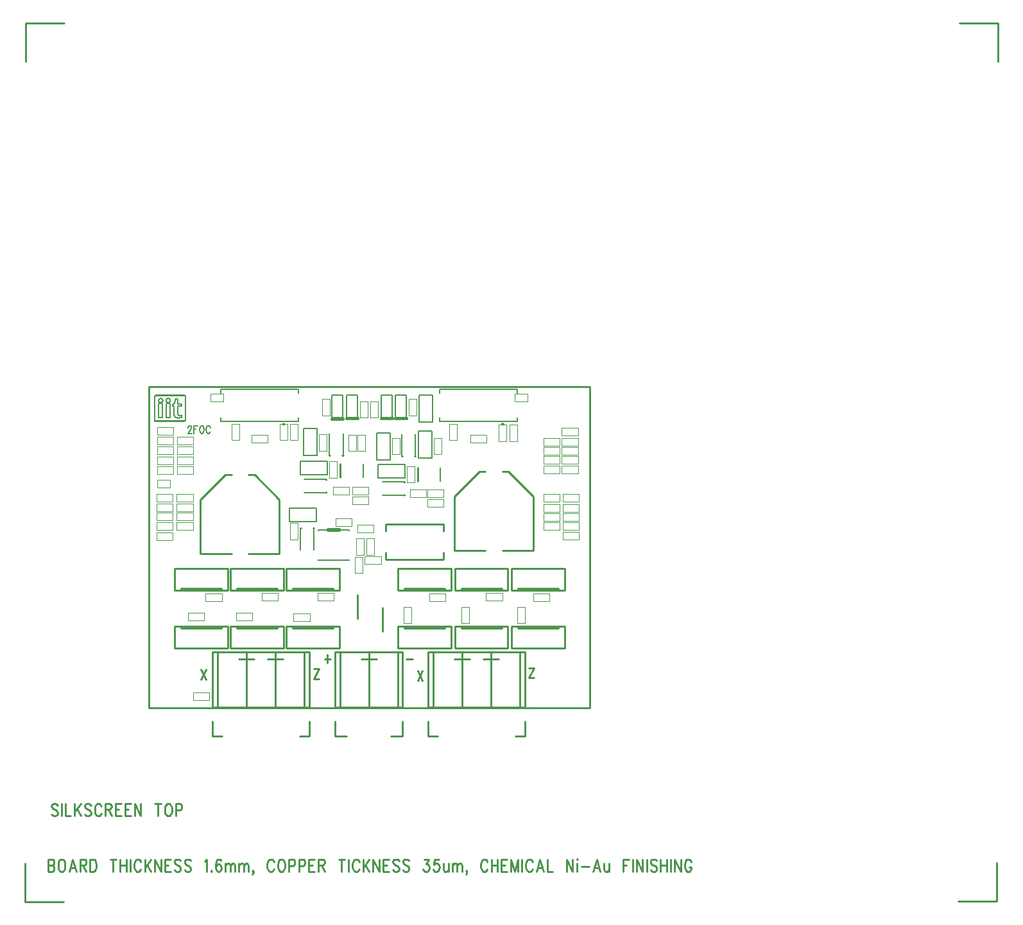
<source format=gbr>
*
*
G04 PADS Layout (Build Number 2007.21.1) generated Gerber (RS-274-X) file*
G04 PC Version=2.1*
*
%IN "2FOC-001.pcb"*%
*
%MOIN*%
*
%FSLAX35Y35*%
*
*
*
*
G04 PC Standard Apertures*
*
*
G04 Thermal Relief Aperture macro.*
%AMTER*
1,1,$1,0,0*
1,0,$1-$2,0,0*
21,0,$3,$4,0,0,45*
21,0,$3,$4,0,0,135*
%
*
*
G04 Annular Aperture macro.*
%AMANN*
1,1,$1,0,0*
1,0,$2,0,0*
%
*
*
G04 Odd Aperture macro.*
%AMODD*
1,1,$1,0,0*
1,0,$1-0.005,0,0*
%
*
*
G04 PC Custom Aperture Macros*
*
*
*
*
*
*
G04 PC Aperture Table*
*
%ADD010C,0.01*%
%ADD011C,0.004*%
%ADD013C,0.006*%
%ADD014C,0.015*%
%ADD015C,0.008*%
%ADD070C,0.001*%
%ADD087C,0.01969*%
%ADD100C,0.00591*%
*
*
*
*
G04 PC Circuitry*
G04 Layer Name 2FOC-001.pcb - circuitry*
%LPD*%
*
*
G04 PC Custom Flashes*
G04 Layer Name 2FOC-001.pcb - flashes*
%LPD*%
*
*
G04 PC Circuitry*
G04 Layer Name 2FOC-001.pcb - circuitry*
%LPD*%
*
G54D10*
G01X276608Y578261D02*
X279808D01*
X292681Y565269*
Y537317*
X276608*
X267808D02*
X251736D01*
Y565269*
X264621Y578261*
X267808*
X408498Y579836D02*
X411698D01*
X424570Y566844*
Y538891*
X408498*
X399698D02*
X383626D01*
Y566844*
X396511Y579836*
X399698*
X265661Y488195D02*
X238361D01*
Y499595*
X265961*
Y488195*
X241661Y498595D02*
X262661D01*
Y499595*
X241661Y498595D02*
Y499595D01*
X294661Y488195D02*
X267361D01*
Y499595*
X294961*
Y488195*
X270661Y498595D02*
X291661D01*
Y499595*
X270661Y498595D02*
Y499595D01*
X323661Y488195D02*
X296361D01*
Y499595*
X323961*
Y488195*
X299661Y498595D02*
X320661D01*
Y499595*
X299661Y498595D02*
Y499595D01*
X238661Y529595D02*
X265961D01*
Y518195*
X238361*
Y529595*
X262661Y519195D02*
X241661D01*
Y518195*
X262661Y519195D02*
Y518195D01*
X267661Y529595D02*
X294961D01*
Y518195*
X267361*
Y529595*
X291661Y519195D02*
X270661D01*
Y518195*
X291661Y519195D02*
Y518195D01*
X296661Y529595D02*
X323961D01*
Y518195*
X296361*
Y529595*
X320661Y519195D02*
X299661D01*
Y518195*
X320661Y519195D02*
Y518195D01*
X381661Y488195D02*
X354361D01*
Y499595*
X381961*
Y488195*
X357661Y498595D02*
X378661D01*
Y499595*
X357661Y498595D02*
Y499595D01*
X411161Y488195D02*
X383861D01*
Y499595*
X411461*
Y488195*
X387161Y498595D02*
X408161D01*
Y499595*
X387161Y498595D02*
Y499595D01*
X440661Y488195D02*
X413361D01*
Y499595*
X440961*
Y488195*
X416661Y498595D02*
X437661D01*
Y499595*
X416661Y498595D02*
Y499595D01*
X354661Y529595D02*
X381961D01*
Y518195*
X354361*
Y529595*
X378661Y519195D02*
X357661D01*
Y518195*
X378661Y519195D02*
Y518195D01*
X384161Y529595D02*
X411461D01*
Y518195*
X383861*
Y529595*
X408161Y519195D02*
X387161D01*
Y518195*
X408161Y519195D02*
Y518195D01*
X413661Y529595D02*
X440961D01*
Y518195*
X413361*
Y529595*
X437661Y519195D02*
X416661D01*
Y518195*
X437661Y519195D02*
Y518195D01*
X321661Y457466D02*
X356661D01*
Y486206*
X321661*
Y457466*
X324161Y486206D02*
Y457466D01*
X339161Y486206D02*
Y457466D01*
X354161Y486206D02*
Y457466D01*
X335141Y482458D02*
X343141D01*
X321661Y450380D02*
Y442506D01*
X327661*
X356661Y450380D02*
Y442506D01*
X350661*
X257984Y457466D02*
X308358D01*
Y486206*
X257984*
Y457466*
X275661Y486206D02*
Y457466D01*
X260661Y486206D02*
Y457466D01*
X290661Y486206D02*
Y457466D01*
X271641Y482458D02*
X279641D01*
X305661Y486206D02*
Y457466D01*
X286641Y482458D02*
X294641D01*
X257984Y450380D02*
Y442506D01*
X263102*
X308358Y450380D02*
Y442506D01*
X303240*
X369984Y457466D02*
X420358D01*
Y486206*
X369984*
Y457466*
X387661Y486206D02*
Y457466D01*
X372661Y486206D02*
Y457466D01*
X402661Y486206D02*
Y457466D01*
X383641Y482458D02*
X391641D01*
X417661Y486206D02*
Y457466D01*
X398641Y482458D02*
X406641D01*
X369984Y450380D02*
Y442506D01*
X375102*
X420358Y450380D02*
Y442506D01*
X415240*
X295417Y604470D02*
G75*
G03X295417I-394J0D01*
G01X409153D02*
G03X409153I-394J0D01*
G01X357586Y574513D02*
Y574120D01*
Y567820D02*
Y567427D01*
X363425Y587765D02*
X363031D01*
X356732D02*
X356338D01*
X364476Y582013D02*
Y574927D01*
X325826Y588159D02*
X325433D01*
X319133D02*
X318740D01*
X316988Y575907D02*
Y575513D01*
Y569214D02*
Y568820D01*
X324378Y583907D02*
Y576820D01*
X303598Y550608D02*
X303992D01*
X310291D02*
X310685D01*
X347996Y548931D02*
Y552474D01*
X377917*
Y548931*
Y537907D02*
Y534364D01*
X347996*
Y537907*
X333232Y515860D02*
Y503655D01*
X346224Y496962D02*
Y509167D01*
X177555Y406721D02*
X177101Y407346D01*
X176419Y407659*
X175510*
X174828Y407346*
X174374Y406721*
Y406096*
X174601Y405471*
X174828Y405159*
X175283Y404846*
X176646Y404221*
X177101Y403909*
X177328Y403596*
X177555Y402971*
Y402034*
X177101Y401409*
X176419Y401096*
X175510*
X174828Y401409*
X174374Y402034*
X179601Y407659D02*
Y401096D01*
X181646Y407659D02*
Y401096D01*
X184374*
X186419Y407659D02*
Y401096D01*
X189601Y407659D02*
X186419Y403284D01*
X187555Y404846D02*
X189601Y401096D01*
X194828Y406721D02*
X194374Y407346D01*
X193692Y407659*
X192783*
X192101Y407346*
X191646Y406721*
Y406096*
X191874Y405471*
X192101Y405159*
X192555Y404846*
X193919Y404221*
X194374Y403909*
X194601Y403596*
X194828Y402971*
Y402034*
X194374Y401409*
X193692Y401096*
X192783*
X192101Y401409*
X191646Y402034*
X200283Y406096D02*
X200055Y406721D01*
X199601Y407346*
X199146Y407659*
X198237*
X197783Y407346*
X197328Y406721*
X197101Y406096*
X196874Y405159*
Y403596*
X197101Y402659*
X197328Y402034*
X197783Y401409*
X198237Y401096*
X199146*
X199601Y401409*
X200055Y402034*
X200283Y402659*
X202328Y407659D02*
Y401096D01*
Y407659D02*
X204374D01*
X205055Y407346*
X205283Y407034*
X205510Y406409*
Y405784*
X205283Y405159*
X205055Y404846*
X204374Y404534*
X202328*
X203919D02*
X205510Y401096D01*
X207555Y407659D02*
Y401096D01*
Y407659D02*
X210510D01*
X207555Y404534D02*
X209374D01*
X207555Y401096D02*
X210510D01*
X212555Y407659D02*
Y401096D01*
Y407659D02*
X215510D01*
X212555Y404534D02*
X214374D01*
X212555Y401096D02*
X215510D01*
X217555Y407659D02*
Y401096D01*
Y407659D02*
X220737Y401096D01*
Y407659D02*
Y401096D01*
X229601Y407659D02*
Y401096D01*
X228010Y407659D02*
X231192D01*
X234601D02*
X234146Y407346D01*
X233692Y406721*
X233465Y406096*
X233237Y405159*
Y403596*
X233465Y402659*
X233692Y402034*
X234146Y401409*
X234601Y401096*
X235510*
X235965Y401409*
X236419Y402034*
X236646Y402659*
X236874Y403596*
Y405159*
X236646Y406096*
X236419Y406721*
X235965Y407346*
X235510Y407659*
X234601*
X238919D02*
Y401096D01*
Y407659D02*
X240965D01*
X241646Y407346*
X241874Y407034*
X242101Y406409*
Y405471*
X241874Y404846*
X241646Y404534*
X240965Y404221*
X238919*
X172602Y378722D02*
Y372159D01*
Y378722D02*
X174647D01*
X175329Y378409*
X175557Y378097*
X175784Y377472*
Y376847*
X175557Y376222*
X175329Y375909*
X174647Y375597*
X172602D02*
X174647D01*
X175329Y375284*
X175557Y374972*
X175784Y374347*
Y373409*
X175557Y372784*
X175329Y372472*
X174647Y372159*
X172602*
X179193Y378722D02*
X178738Y378409D01*
X178284Y377784*
X178057Y377159*
X177829Y376222*
Y374659*
X178057Y373722*
X178284Y373097*
X178738Y372472*
X179193Y372159*
X180102*
X180557Y372472*
X181011Y373097*
X181238Y373722*
X181466Y374659*
Y376222*
X181238Y377159*
X181011Y377784*
X180557Y378409*
X180102Y378722*
X179193*
X185329D02*
X183511Y372159D01*
X185329Y378722D02*
X187147Y372159D01*
X184193Y374347D02*
X186466D01*
X189193Y378722D02*
Y372159D01*
Y378722D02*
X191238D01*
X191920Y378409*
X192147Y378097*
X192375Y377472*
Y376847*
X192147Y376222*
X191920Y375909*
X191238Y375597*
X189193*
X190784D02*
X192375Y372159D01*
X194420Y378722D02*
Y372159D01*
Y378722D02*
X196011D01*
X196693Y378409*
X197147Y377784*
X197375Y377159*
X197602Y376222*
Y374659*
X197375Y373722*
X197147Y373097*
X196693Y372472*
X196011Y372159*
X194420*
X206466Y378722D02*
Y372159D01*
X204875Y378722D02*
X208057D01*
X210102D02*
Y372159D01*
X213284Y378722D02*
Y372159D01*
X210102Y375597D02*
X213284D01*
X215329Y378722D02*
Y372159D01*
X220784Y377159D02*
X220557Y377784D01*
X220102Y378409*
X219647Y378722*
X218738*
X218284Y378409*
X217829Y377784*
X217602Y377159*
X217375Y376222*
Y374659*
X217602Y373722*
X217829Y373097*
X218284Y372472*
X218738Y372159*
X219647*
X220102Y372472*
X220557Y373097*
X220784Y373722*
X222829Y378722D02*
Y372159D01*
X226011Y378722D02*
X222829Y374347D01*
X223966Y375909D02*
X226011Y372159D01*
X228057Y378722D02*
Y372159D01*
Y378722D02*
X231238Y372159D01*
Y378722D02*
Y372159D01*
X233284Y378722D02*
Y372159D01*
Y378722D02*
X236238D01*
X233284Y375597D02*
X235102D01*
X233284Y372159D02*
X236238D01*
X241466Y377784D02*
X241011Y378409D01*
X240329Y378722*
X239420*
X238738Y378409*
X238284Y377784*
Y377159*
X238511Y376534*
X238738Y376222*
X239193Y375909*
X240557Y375284*
X241011Y374972*
X241238Y374659*
X241466Y374034*
Y373097*
X241011Y372472*
X240329Y372159*
X239420*
X238738Y372472*
X238284Y373097*
X246693Y377784D02*
X246238Y378409D01*
X245557Y378722*
X244647*
X243966Y378409*
X243511Y377784*
Y377159*
X243738Y376534*
X243966Y376222*
X244420Y375909*
X245784Y375284*
X246238Y374972*
X246466Y374659*
X246693Y374034*
Y373097*
X246238Y372472*
X245557Y372159*
X244647*
X243966Y372472*
X243511Y373097*
X253966Y377472D02*
X254420Y377784D01*
X255102Y378722*
Y372159*
X257375Y372784D02*
X257147Y372472D01*
X257375Y372159*
X257602Y372472*
X257375Y372784*
X262375Y377784D02*
X262147Y378409D01*
X261466Y378722*
X261011*
X260329Y378409*
X259875Y377472*
X259647Y375909*
Y374347*
X259875Y373097*
X260329Y372472*
X261011Y372159*
X261238*
X261920Y372472*
X262375Y373097*
X262602Y374034*
Y374347*
X262375Y375284*
X261920Y375909*
X261238Y376222*
X261011*
X260329Y375909*
X259875Y375284*
X259647Y374347*
X264647Y376534D02*
Y372159D01*
Y375284D02*
X265329Y376222D01*
X265784Y376534*
X266466*
X266920Y376222*
X267147Y375284*
Y372159*
Y375284D02*
X267829Y376222D01*
X268284Y376534*
X268966*
X269420Y376222*
X269647Y375284*
Y372159*
X271693Y376534D02*
Y372159D01*
Y375284D02*
X272375Y376222D01*
X272829Y376534*
X273511*
X273966Y376222*
X274193Y375284*
Y372159*
Y375284D02*
X274875Y376222D01*
X275329Y376534*
X276011*
X276466Y376222*
X276693Y375284*
Y372159*
X279193Y372472D02*
X278966Y372159D01*
X278738Y372472*
X278966Y372784*
X279193Y372472*
Y371847*
X278966Y371222*
X278738Y370909*
X289875Y377159D02*
X289647Y377784D01*
X289193Y378409*
X288738Y378722*
X287829*
X287375Y378409*
X286920Y377784*
X286693Y377159*
X286466Y376222*
Y374659*
X286693Y373722*
X286920Y373097*
X287375Y372472*
X287829Y372159*
X288738*
X289193Y372472*
X289647Y373097*
X289875Y373722*
X293284Y378722D02*
X292829Y378409D01*
X292375Y377784*
X292147Y377159*
X291920Y376222*
Y374659*
X292147Y373722*
X292375Y373097*
X292829Y372472*
X293284Y372159*
X294193*
X294647Y372472*
X295102Y373097*
X295329Y373722*
X295557Y374659*
Y376222*
X295329Y377159*
X295102Y377784*
X294647Y378409*
X294193Y378722*
X293284*
X297602D02*
Y372159D01*
Y378722D02*
X299647D01*
X300329Y378409*
X300557Y378097*
X300784Y377472*
Y376534*
X300557Y375909*
X300329Y375597*
X299647Y375284*
X297602*
X302829Y378722D02*
Y372159D01*
Y378722D02*
X304875D01*
X305557Y378409*
X305784Y378097*
X306011Y377472*
Y376534*
X305784Y375909*
X305557Y375597*
X304875Y375284*
X302829*
X308057Y378722D02*
Y372159D01*
Y378722D02*
X311011D01*
X308057Y375597D02*
X309875D01*
X308057Y372159D02*
X311011D01*
X313057Y378722D02*
Y372159D01*
Y378722D02*
X315102D01*
X315784Y378409*
X316011Y378097*
X316238Y377472*
Y376847*
X316011Y376222*
X315784Y375909*
X315102Y375597*
X313057*
X314647D02*
X316238Y372159D01*
X325102Y378722D02*
Y372159D01*
X323511Y378722D02*
X326693D01*
X328738D02*
Y372159D01*
X334193Y377159D02*
X333966Y377784D01*
X333511Y378409*
X333057Y378722*
X332147*
X331693Y378409*
X331238Y377784*
X331011Y377159*
X330784Y376222*
Y374659*
X331011Y373722*
X331238Y373097*
X331693Y372472*
X332147Y372159*
X333057*
X333511Y372472*
X333966Y373097*
X334193Y373722*
X336238Y378722D02*
Y372159D01*
X339420Y378722D02*
X336238Y374347D01*
X337375Y375909D02*
X339420Y372159D01*
X341466Y378722D02*
Y372159D01*
Y378722D02*
X344647Y372159D01*
Y378722D02*
Y372159D01*
X346693Y378722D02*
Y372159D01*
Y378722D02*
X349647D01*
X346693Y375597D02*
X348511D01*
X346693Y372159D02*
X349647D01*
X354875Y377784D02*
X354420Y378409D01*
X353738Y378722*
X352829*
X352147Y378409*
X351693Y377784*
Y377159*
X351920Y376534*
X352147Y376222*
X352602Y375909*
X353966Y375284*
X354420Y374972*
X354647Y374659*
X354875Y374034*
Y373097*
X354420Y372472*
X353738Y372159*
X352829*
X352147Y372472*
X351693Y373097*
X360102Y377784D02*
X359647Y378409D01*
X358966Y378722*
X358057*
X357375Y378409*
X356920Y377784*
Y377159*
X357147Y376534*
X357375Y376222*
X357829Y375909*
X359193Y375284*
X359647Y374972*
X359875Y374659*
X360102Y374034*
Y373097*
X359647Y372472*
X358966Y372159*
X358057*
X357375Y372472*
X356920Y373097*
X367829Y378722D02*
X370329D01*
X368966Y376222*
X369647*
X370102Y375909*
X370329Y375597*
X370557Y374659*
Y374034*
X370329Y373097*
X369875Y372472*
X369193Y372159*
X368511*
X367829Y372472*
X367602Y372784*
X367375Y373409*
X375557Y378722D02*
X373284D01*
X373057Y375909*
X373284Y376222*
X373966Y376534*
X374647*
X375329Y376222*
X375784Y375597*
X376011Y374659*
X375784Y374034*
X375557Y373097*
X375102Y372472*
X374420Y372159*
X373738*
X373057Y372472*
X372829Y372784*
X372602Y373409*
X378057Y376534D02*
Y373409D01*
X378284Y372472*
X378738Y372159*
X379420*
X379875Y372472*
X380557Y373409*
Y376534D02*
Y372159D01*
X382602Y376534D02*
Y372159D01*
Y375284D02*
X383284Y376222D01*
X383738Y376534*
X384420*
X384875Y376222*
X385102Y375284*
Y372159*
Y375284D02*
X385784Y376222D01*
X386238Y376534*
X386920*
X387375Y376222*
X387602Y375284*
Y372159*
X390102Y372472D02*
X389875Y372159D01*
X389647Y372472*
X389875Y372784*
X390102Y372472*
Y371847*
X389875Y371222*
X389647Y370909*
X400784Y377159D02*
X400557Y377784D01*
X400102Y378409*
X399647Y378722*
X398738*
X398284Y378409*
X397829Y377784*
X397602Y377159*
X397375Y376222*
Y374659*
X397602Y373722*
X397829Y373097*
X398284Y372472*
X398738Y372159*
X399647*
X400102Y372472*
X400557Y373097*
X400784Y373722*
X402829Y378722D02*
Y372159D01*
X406011Y378722D02*
Y372159D01*
X402829Y375597D02*
X406011D01*
X408057Y378722D02*
Y372159D01*
Y378722D02*
X411011D01*
X408057Y375597D02*
X409875D01*
X408057Y372159D02*
X411011D01*
X413057Y378722D02*
Y372159D01*
Y378722D02*
X414875Y372159D01*
X416693Y378722D02*
X414875Y372159D01*
X416693Y378722D02*
Y372159D01*
X418738Y378722D02*
Y372159D01*
X424193Y377159D02*
X423966Y377784D01*
X423511Y378409*
X423057Y378722*
X422147*
X421693Y378409*
X421238Y377784*
X421011Y377159*
X420784Y376222*
Y374659*
X421011Y373722*
X421238Y373097*
X421693Y372472*
X422147Y372159*
X423057*
X423511Y372472*
X423966Y373097*
X424193Y373722*
X428057Y378722D02*
X426238Y372159D01*
X428057Y378722D02*
X429875Y372159D01*
X426920Y374347D02*
X429193D01*
X431920Y378722D02*
Y372159D01*
X434647*
X441920Y378722D02*
Y372159D01*
Y378722D02*
X445102Y372159D01*
Y378722D02*
Y372159D01*
X447147Y378722D02*
X447375Y378409D01*
X447602Y378722*
X447375Y379034*
X447147Y378722*
X447375Y376534D02*
Y372159D01*
X449647Y374972D02*
X453738D01*
X457602Y378722D02*
X455784Y372159D01*
X457602Y378722D02*
X459420Y372159D01*
X456466Y374347D02*
X458738D01*
X461466Y376534D02*
Y373409D01*
X461693Y372472*
X462147Y372159*
X462829*
X463284Y372472*
X463966Y373409*
Y376534D02*
Y372159D01*
X471238Y378722D02*
Y372159D01*
Y378722D02*
X474193D01*
X471238Y375597D02*
X473057D01*
X476238Y378722D02*
Y372159D01*
X478284Y378722D02*
Y372159D01*
Y378722D02*
X481466Y372159D01*
Y378722D02*
Y372159D01*
X483511Y378722D02*
Y372159D01*
X488738Y377784D02*
X488284Y378409D01*
X487602Y378722*
X486693*
X486011Y378409*
X485557Y377784*
Y377159*
X485784Y376534*
X486011Y376222*
X486466Y375909*
X487829Y375284*
X488284Y374972*
X488511Y374659*
X488738Y374034*
Y373097*
X488284Y372472*
X487602Y372159*
X486693*
X486011Y372472*
X485557Y373097*
X490784Y378722D02*
Y372159D01*
X493966Y378722D02*
Y372159D01*
X490784Y375597D02*
X493966D01*
X496011Y378722D02*
Y372159D01*
X498057Y378722D02*
Y372159D01*
Y378722D02*
X501238Y372159D01*
Y378722D02*
Y372159D01*
X506693Y377159D02*
X506466Y377784D01*
X506011Y378409*
X505557Y378722*
X504647*
X504193Y378409*
X503738Y377784*
X503511Y377159*
X503284Y376222*
Y374659*
X503511Y373722*
X503738Y373097*
X504193Y372472*
X504647Y372159*
X505557*
X506011Y372472*
X506466Y373097*
X506693Y373722*
Y374659*
X505557D02*
X506693D01*
X358661Y482645D02*
X361934D01*
X364531Y476425D02*
X367077Y471175D01*
Y476425D02*
X364531Y471175D01*
X424951Y478000D02*
X422405Y472750D01*
Y478000D02*
X424951D01*
X422405Y472750D02*
X424951D01*
X317797Y484895D02*
Y480395D01*
X316161Y482645D02*
X319434D01*
X313140Y477606D02*
X310594Y472356D01*
Y477606D02*
X313140D01*
X310594Y472356D02*
X313140D01*
X251933Y477212D02*
X254478Y471962D01*
Y477212D02*
X251933Y471962D01*
X224988Y457218D02*
X454098D01*
Y623931*
X224988*
Y457218*
X180870Y812710D02*
X160870D01*
Y792710*
X160791Y376490D02*
Y356490D01*
X180791*
X645437Y356805D02*
X665437D01*
Y376805*
X665909Y792631D02*
Y812631D01*
X645909*
G54D11*
X253574Y502443D02*
Y506443D01*
X245174*
Y502443*
X253574*
X278770D02*
Y506443D01*
X270370*
Y502443*
X278770*
X361161Y509595D02*
X357161D01*
Y501195*
X361161*
Y509595*
X391161D02*
X387161D01*
Y501195*
X391161*
Y509595*
X420161D02*
X416161D01*
Y501195*
X420161*
Y509595*
X370567Y516482D02*
Y512482D01*
X378967*
Y516482*
X370567*
X400095Y516876D02*
Y512876D01*
X408495*
Y516876*
X400095*
X424701Y516679D02*
Y512679D01*
X433101*
Y516679*
X424701*
X308495Y502246D02*
Y506246D01*
X300095*
Y502246*
X308495*
X254426Y516679D02*
Y512679D01*
X262826*
Y516679*
X254426*
X337103Y535970D02*
Y531970D01*
X345503*
Y535970*
X337103*
X335822Y535611D02*
X331822D01*
Y527211*
X335822*
Y535611*
X283559Y516876D02*
Y512876D01*
X291959*
Y516876*
X283559*
X312496D02*
Y512876D01*
X320896*
Y516876*
X312496*
X341925Y545060D02*
X337925D01*
Y536660*
X341925*
Y545060*
X256330Y461104D02*
Y465104D01*
X247930*
Y461104*
X256330*
X298425Y596195D02*
X302425D01*
Y604595*
X298425*
Y596195*
X292925D02*
X296925D01*
Y604595*
X292925*
Y596195*
X406626Y595715D02*
X410626D01*
Y604115*
X406626*
Y595715*
X412137D02*
X416137D01*
Y604115*
X412137*
Y595715*
X272043Y604509D02*
X268043D01*
Y596109*
X272043*
Y604509*
X385035D02*
X381035D01*
Y596109*
X385035*
Y604509*
X286625Y594895D02*
Y598895D01*
X278225*
Y594895*
X286625*
X400361D02*
Y598895D01*
X391961*
Y594895*
X400361*
X362881Y582670D02*
X358881D01*
Y574270*
X362881*
Y582670*
X376881Y597170D02*
X372881D01*
Y588770*
X376881*
Y597170*
X355381D02*
X351381D01*
Y588770*
X355381*
Y597170*
X369681Y570470D02*
Y566470D01*
X378081*
Y570470*
X369681*
X369081Y566470D02*
Y570470D01*
X360681*
Y566470*
X369081*
X332673Y598997D02*
X328673D01*
Y590597*
X332673*
Y598997*
X322783Y585064D02*
X318783D01*
Y576664*
X322783*
Y585064*
X317283Y599064D02*
X313283D01*
Y590664*
X317283*
Y599064*
X330583Y571864D02*
Y567864D01*
X338983*
Y571864*
X330583*
X328983Y567864D02*
Y571864D01*
X320583*
Y567864*
X328983*
X321941Y555403D02*
Y551403D01*
X330341*
Y555403*
X321941*
X336610Y545060D02*
X332610D01*
Y536660*
X336610*
Y545060*
X302141Y553103D02*
X298141D01*
Y544703*
X302141*
Y553103*
X330583Y566864D02*
Y562864D01*
X338983*
Y566864*
X330583*
X339893Y607920D02*
X343893D01*
Y616320*
X339893*
Y607920*
X363870Y617394D02*
X359870D01*
Y608994*
X363870*
Y617394*
X314870Y608994D02*
X318870D01*
Y617394*
X314870*
Y608994*
X338775Y616320D02*
X334775D01*
Y607920*
X338775*
Y616320*
X369681Y565470D02*
Y561470D01*
X378081*
Y565470*
X369681*
X247865Y554608D02*
Y558608D01*
X239465*
Y554608*
X247865*
Y559332D02*
Y563332D01*
X239465*
Y559332*
X247865*
Y564254D02*
Y568254D01*
X239465*
Y564254*
X247865*
Y549490D02*
Y553490D01*
X239465*
Y549490*
X247865*
X229032Y568254D02*
Y564254D01*
X237432*
Y568254*
X229032*
Y563332D02*
Y559332D01*
X237432*
Y563332*
X229032*
Y558608D02*
Y554608D01*
X237432*
Y558608*
X229032*
Y553490D02*
Y549490D01*
X237432*
Y553490*
X229032*
X248062Y593978D02*
Y597978D01*
X239662*
Y593978*
X248062*
Y588860D02*
Y592860D01*
X239662*
Y588860*
X248062*
Y583545D02*
Y587545D01*
X239662*
Y583545*
X248062*
Y578624D02*
Y582624D01*
X239662*
Y578624*
X248062*
X237629Y593978D02*
Y597978D01*
X229229*
Y593978*
X237629*
Y588860D02*
Y592860D01*
X229229*
Y588860*
X237629*
Y583545D02*
Y587545D01*
X229229*
Y583545*
X237629*
Y578624D02*
Y582624D01*
X229229*
Y578624*
X237629*
X333166Y552112D02*
Y548112D01*
X341566*
Y552112*
X333166*
X337397Y598997D02*
X333397D01*
Y590597*
X337397*
Y598997*
X429819Y553490D02*
Y549490D01*
X438219*
Y553490*
X429819*
Y558214D02*
Y554214D01*
X438219*
Y558214*
X429819*
Y562939D02*
Y558939D01*
X438219*
Y562939*
X429819*
Y568057D02*
Y564057D01*
X438219*
Y568057*
X429819*
Y592466D02*
Y588466D01*
X438219*
Y592466*
X429819*
Y587742D02*
Y583742D01*
X438219*
Y587742*
X429819*
Y583017D02*
Y579017D01*
X438219*
Y583017*
X429819*
Y597387D02*
Y593387D01*
X438219*
Y597387*
X429819*
X440056Y553490D02*
Y549490D01*
X448456*
Y553490*
X440056*
Y558214D02*
Y554214D01*
X448456*
Y558214*
X440056*
Y562939D02*
Y558939D01*
X448456*
Y562939*
X440056*
X439465Y583017D02*
Y579017D01*
X447865*
Y583017*
X439465*
X440056Y568057D02*
Y564057D01*
X448456*
Y568057*
X440056*
X439465Y587742D02*
Y583742D01*
X447865*
Y587742*
X439465*
Y592466D02*
Y588466D01*
X447865*
Y592466*
X439465*
Y597387D02*
Y593387D01*
X447865*
Y597387*
X439465*
X448456Y544569D02*
Y548569D01*
X440056*
Y544569*
X448456*
X229032Y548372D02*
Y544372D01*
X237432*
Y548372*
X229032*
X447865Y598506D02*
Y602506D01*
X439465*
Y598506*
X447865*
X229229Y602899D02*
Y598899D01*
X237629*
Y602899*
X229229*
X263707Y616330D02*
Y620330D01*
X263707D02*
X257014D01*
X257014D02*
Y616330D01*
X257014D02*
X263707D01*
X414952Y620330D02*
Y616330D01*
X414952D02*
X421645D01*
X421645D02*
Y620330D01*
X421645D02*
X414952D01*
X235951Y571448D02*
Y575448D01*
X229258*
Y571448*
X235951*
G54D13*
X371881Y600970D02*
X364881D01*
Y586970*
X371881*
Y600970*
X357881Y576470D02*
Y583470D01*
X343881*
Y576470*
X357881*
X346169Y574513D02*
X357586D01*
Y574120*
Y567820D02*
Y567427D01*
X346169*
X363425Y599183D02*
Y587765D01*
X363031*
X356732D02*
X356338D01*
Y599183*
X376287Y582013D02*
Y574927D01*
X350381Y599970D02*
X343381D01*
Y585970*
X350381*
Y599970*
X312283Y602364D02*
X305283D01*
Y588364*
X312283*
Y602364*
X325826Y599576D02*
Y588159D01*
X325433*
X319133D02*
X318740D01*
Y599576*
X305570Y575907D02*
X316988D01*
Y575513*
Y569214D02*
Y568820D01*
X305570*
X317783Y578364D02*
Y585364D01*
X303783*
Y578364*
X317783*
X336189Y583907D02*
Y576820D01*
X303598Y539191D02*
Y550608D01*
X303992*
X310291D02*
X310685D01*
Y539191*
X358670Y619494D02*
X353070D01*
Y607894*
X358670*
Y619494*
X351170D02*
X345570D01*
Y607894*
X351170*
Y619494*
X333170D02*
X327570D01*
Y607894*
X333170*
Y619494*
X325670Y619444D02*
X320070D01*
Y607844*
X325670*
Y619444*
X297885Y560895D02*
Y553895D01*
X311885*
Y560895*
X297885*
X372362Y619513D02*
X365362D01*
Y605513*
X372362*
Y619513*
G54D14*
X358670Y607394D02*
X353070D01*
X351170D02*
X345570D01*
X333170D02*
X327570D01*
X325670Y607344D02*
X320070D01*
G54D15*
X245376Y602718D02*
Y602906D01*
X245512Y603281*
X245649Y603468*
X245922Y603656*
X246467*
X246740Y603468*
X246876Y603281*
X247012Y602906*
Y602531*
X246876Y602156*
X246603Y601593*
X245240Y599718*
X247149*
X248376Y603656D02*
Y599718D01*
Y603656D02*
X250149D01*
X248376Y601781D02*
X249467D01*
X252194Y603656D02*
X251922Y603468D01*
X251649Y603093*
X251512Y602718*
X251376Y602156*
Y601218*
X251512Y600656*
X251649Y600281*
X251922Y599906*
X252194Y599718*
X252740*
X253012Y599906*
X253285Y600281*
X253422Y600656*
X253558Y601218*
Y602156*
X253422Y602718*
X253285Y603093*
X253012Y603468*
X252740Y603656*
X252194*
X256831Y602718D02*
X256694Y603093D01*
X256422Y603468*
X256149Y603656*
X255603*
X255331Y603468*
X255058Y603093*
X254922Y602718*
X254785Y602156*
Y601218*
X254922Y600656*
X255058Y600281*
X255331Y599906*
X255603Y599718*
X256149*
X256422Y599906*
X256694Y600281*
X256831Y600656*
G54D70*
G54D87*
X324119Y549680D02*
X317820D01*
G54D100*
X302504Y608013D02*
Y606045D01*
X262346*
Y608013*
X302504Y620612D02*
Y622580D01*
X262346*
Y620612*
X416240Y608013D02*
Y606045D01*
X376082*
Y608013*
X416240Y620612D02*
Y622580D01*
X376082*
Y620612*
X328844Y549287D02*
Y549680D01*
X313096*
Y549287*
X328844Y534326D02*
Y533932D01*
X313096*
Y534326*
X243271Y619600D02*
Y619584D01*
X243336Y619585*
Y619570*
X243411*
Y619555*
X243471*
Y619540*
X243516*
Y619525*
X243546*
Y619510*
X243590*
Y619495*
X243620*
Y619480*
X243650*
Y619465*
X243680*
Y619450*
X243695*
Y619435*
X243725*
Y619420*
X243755*
Y619405*
X243769*
Y619390*
X243784*
Y619375*
X243814*
Y619361*
X243829*
Y619346*
X243844*
Y619331*
X243859*
Y619316*
X243874*
Y619301*
X243889*
Y619286*
X243904*
Y619271*
X243919*
Y619256*
X243934*
Y619241*
X243949*
Y619226*
X243964*
Y619196*
X243979*
Y619181*
X243993*
Y619152*
X244008*
Y619137*
X244023*
Y619107*
X244038*
Y619077*
X244053*
Y619047*
X244068*
Y619017*
X244083*
Y618972*
X244098*
Y618928*
X244113*
Y618868*
X244128*
Y606743*
X244113*
Y606684*
X244098*
Y606639*
X244083*
Y606594*
X244068*
Y606564*
X244053*
Y606534*
X244038*
Y606505*
X244023*
Y606475*
X244008*
Y606460*
X243993*
Y606430*
X243979*
Y606415*
X243964*
Y606385*
X243949*
Y606370*
X243934*
Y606355*
X243919*
Y606340*
X243904*
Y606325*
X243889*
Y606310*
X243874*
Y606296*
X243859*
Y606281*
X243844*
Y606266*
X243829*
Y606251*
X243814*
Y606236*
X243784*
Y606221*
X243769*
Y606206*
X243755*
Y606191*
X243725*
Y606176*
X243695*
Y606161*
X243680*
Y606146*
X243650*
Y606131*
X243620*
Y606116*
X243590*
Y606101*
X243546*
Y606086*
X243516*
Y606072*
X243456*
Y606057*
X243322*
Y606042*
X227897*
Y618853*
X227912*
Y618928*
X227927*
Y618972*
X227942*
Y619017*
X227957*
Y619047*
X227972*
Y619077*
X227987*
Y619107*
X228002*
Y619137*
X228017*
Y619152*
X228032*
Y619181*
X228047*
Y619196*
X228062*
Y619211*
X228077*
Y619241*
X228091*
Y619256*
X228106*
Y619271*
X228121*
Y619286*
X228136*
Y619301*
X228151*
Y619316*
X228166*
Y619331*
X228181*
Y619346*
X228196*
Y619361*
X228211*
Y619375*
X228241*
Y619390*
X228256*
Y619405*
X228286*
Y619420*
X228300*
Y619435*
X228330*
Y619450*
X228345*
Y619465*
X228375*
Y619480*
X228405*
Y619495*
X228435*
Y619510*
X228480*
Y619525*
X228510*
Y619540*
X228569*
Y619555*
X228614*
Y619570*
X228689*
Y619585*
X228753*
Y619599*
X243271Y619600*
X243277Y619390D02*
X228748D01*
Y619375*
X228674*
Y619361*
X228614*
Y619346*
X228569*
Y619331*
X228539*
Y619316*
X228495*
Y619301*
X228480*
Y619286*
X228450*
Y619271*
X228420*
Y619256*
X228405*
Y619241*
X228375*
Y619226*
X228360*
Y619211*
X228345*
Y619196*
X228315*
Y619181*
X228300*
Y619166*
X228286*
Y619152*
X228271*
Y619137*
X228256*
Y619122*
X228241*
Y619092*
X228226*
Y619077*
X228211*
Y619062*
X228196*
Y619032*
X228181*
Y619017*
X228166*
Y618987*
X228151*
Y618957*
X228136*
Y618913*
X228121*
Y618868*
X228106*
Y618808*
X228091*
Y606221*
X243277*
Y606236*
X243351*
Y606251*
X243411*
Y606266*
X243456*
Y606281*
X243486*
Y606296*
X243531*
Y606310*
X243560*
Y606325*
X243575*
Y606340*
X243605*
Y606355*
X243635*
Y606370*
X243650*
Y606385*
X243665*
Y606400*
X243695*
Y606415*
X243710*
Y606430*
X243725*
Y606445*
X243740*
Y606460*
X243755*
Y606475*
X243769*
Y606490*
X243784*
Y606519*
X243784D02*
X243799D01*
X243799D02*
Y606534D01*
X243814*
Y606549*
X243829*
Y606579*
X243844*
Y606594*
X243859*
Y606624*
X243874*
Y606654*
X243889*
Y606699*
X243904*
Y606743*
X243919*
Y606803*
X243934*
Y618808*
X243919*
Y618868*
X243904*
Y618913*
X243889*
Y618957*
X243874*
Y618987*
X243859*
Y619017*
X243844*
Y619032*
X243829*
Y619062*
X243814*
Y619077*
X243799*
Y619092*
X243784*
Y619122*
X243769*
Y619137*
X243755*
Y619152*
X243740*
Y619166*
X243725*
Y619181*
X243710*
Y619196*
X243695*
Y619211*
X243665*
Y619226*
X243650*
Y619241*
X243635*
Y619256*
X243605*
Y619271*
X243575*
Y619286*
X243560*
Y619301*
X243531*
Y619316*
X243486*
Y619331*
X243456*
Y619346*
X243411*
Y619361*
X243351*
Y619375*
X243277*
Y619390*
X231287Y617897D02*
Y617882D01*
X231361*
Y617867*
X231421*
Y617852*
X231466*
Y617838*
X231496*
Y617823*
X231541*
Y617808*
X231570*
Y617793*
X231600*
Y617778*
X231630*
Y617763*
X231660*
Y617748*
X231675*
Y617733*
X231705*
Y617718*
X231720*
Y617703*
X231735*
Y617688*
X231765*
Y617673*
X231780*
Y617658*
X231794*
Y617643*
X231809*
Y617629*
X231824*
Y617614*
X231839*
Y617599*
X231854*
Y617584*
X231869*
Y617569*
X231884*
Y617554*
X231899*
Y617539*
X231914*
Y617524*
X231929*
Y617509*
X231944*
Y617494*
X231959*
Y617464*
X231974*
Y617449*
X231989*
Y617434*
X232003*
Y617405*
X232018*
Y617390*
X232033*
Y617360*
X232048*
Y617330*
X232063*
Y617300*
X232078*
Y617270*
X232093*
Y617240*
X232108*
Y617195*
X232123*
Y617151*
X232138*
Y617091*
X232153*
Y617016*
X232168*
Y616882*
X232183*
Y616748*
X232168*
Y616598*
X232153*
Y616524*
X232138*
Y616479*
X232123*
Y616434*
X232108*
Y616389*
X232093*
Y616359*
X232078*
Y616315*
X232063*
Y616285*
X232048*
Y616270*
X232033*
Y616240*
X232018*
Y616210*
X232003*
Y616195*
X231989*
Y616165*
X231974*
Y616150*
X231959*
Y616135*
X231944*
Y616105*
X231944D02*
X231929D01*
X231929D02*
Y616091D01*
X231914*
Y616076*
X231899*
Y616061*
X231884*
Y616046*
X231869*
Y616031*
X231854*
Y616016*
X231839*
Y616001*
X231824*
Y615986*
X231809*
Y615971*
X231794*
Y615956*
X231765*
Y615941*
X231750*
Y615926*
X231735*
Y615911*
X231720*
Y615896*
X231690*
Y615882*
X231675*
Y615867*
X231645*
Y615852*
X231615*
Y615837*
X231585*
Y615822*
X231556*
Y615807*
X231526*
Y615792*
X231496*
Y615777*
X231451*
Y615762*
X231391*
Y615747*
X231332*
Y615732*
X231242*
Y615717*
X230958*
Y615732*
X230869*
Y615747*
X230794*
Y615762*
X230749*
Y615777*
X230704*
Y615792*
X230675*
Y615807*
X230645*
Y615822*
X230615*
Y615837*
X230585*
Y615852*
X230555*
Y615867*
X230525*
Y615882*
X230510*
Y615896*
X230480*
Y615911*
X230466*
Y615926*
X230451*
Y615941*
X230421*
Y615956*
X230406*
Y615971*
X230391*
Y615986*
X230376*
Y616001*
X230361*
Y616016*
X230346*
Y616031*
X230331*
Y616046*
X230316*
Y616061*
X230301*
Y616076*
X230286*
Y616091*
X230271*
Y616105*
X230271D02*
X230256D01*
X230256D02*
Y616120D01*
X230242*
Y616150*
X230227*
Y616165*
X230212*
Y616180*
X230197*
Y616210*
X230182*
Y616225*
X230167*
Y616255*
X230152*
Y616285*
X230137*
Y616315*
X230122*
Y616344*
X230107*
Y616374*
X230092*
Y616404*
X230077*
Y616449*
X230062*
Y616509*
X230047*
Y616568*
X230033*
Y616658*
X230018*
Y616972*
X230033*
Y617061*
X230047*
Y617121*
X230062*
Y617166*
X230077*
Y617210*
X230092*
Y617255*
X230107*
Y617285*
X230122*
Y617315*
X230137*
Y617345*
X230152*
Y617375*
X230167*
Y617390*
X230182*
Y617419*
X230197*
Y617434*
X230212*
Y617464*
X230227*
Y617479*
X230242*
Y617494*
X230256*
Y617509*
X230271*
Y617524*
X230286*
Y617554*
X230301*
Y617569*
X230316*
Y617584*
X230331*
Y617599*
X230346*
Y617614*
X230361*
Y617629*
X230376*
Y617643*
X230406*
Y617658*
X230421*
Y617673*
X230436*
Y617688*
X230451*
Y617703*
X230480*
Y617718*
X230495*
Y617733*
X230525*
Y617748*
X230540*
Y617763*
X230570*
Y617778*
X230600*
Y617793*
X230630*
Y617808*
X230660*
Y617823*
X230690*
Y617838*
X230734*
Y617852*
X230779*
Y617867*
X230839*
Y617882*
X230913*
Y617897*
X231287*
X235169D02*
Y617882D01*
X235259*
Y617867*
X235318*
Y617852*
X235363*
Y617838*
X235393*
Y617823*
X235438*
Y617808*
X235468*
Y617793*
X235497*
Y617778*
X235527*
Y617763*
X235542*
Y617748*
X235572*
Y617733*
X235602*
Y617718*
X235617*
Y617703*
X235632*
Y617688*
X235662*
Y617673*
X235677*
Y617658*
X235692*
Y617643*
X235706*
Y617629*
X235721*
Y617614*
X235736*
Y617599*
X235751*
Y617584*
X235766*
Y617569*
X235781*
Y617554*
X235796*
Y617539*
X235811*
Y617524*
X235826*
Y617509*
X235841*
Y617494*
X235856*
Y617464*
X235871*
Y617449*
X235886*
Y617419*
X235901*
Y617405*
X235916*
Y617375*
X235930*
Y617360*
X235945*
Y617330*
X235960*
Y617300*
X235975*
Y617270*
X235990*
Y617225*
X236005*
Y617195*
X236020*
Y617151*
X236035*
Y617091*
X236050*
Y617016*
X236065*
Y616613*
X236050*
Y616539*
X236035*
Y616479*
X236020*
Y616434*
X236005*
Y616389*
X235990*
Y616359*
X235975*
Y616329*
X235960*
Y616300*
X235945*
Y616270*
X235930*
Y616240*
X235916*
Y616210*
X235901*
Y616195*
X235886*
Y616180*
X235871*
Y616150*
X235856*
Y616135*
X235841*
Y616120*
X235826*
Y616091*
X235811*
Y616076*
X235796*
Y616061*
X235781*
Y616046*
X235766*
Y616031*
X235751*
Y616016*
X235736*
Y616001*
X235721*
Y615986*
X235706*
Y615971*
X235692*
Y615956*
X235662*
Y615941*
X235647*
Y615926*
X235632*
Y615911*
X235602*
Y615896*
X235587*
Y615882*
X235557*
Y615867*
X235542*
Y615852*
X235512*
Y615837*
X235483*
Y615822*
X235453*
Y615807*
X235423*
Y615792*
X235378*
Y615777*
X235348*
Y615762*
X235288*
Y615747*
X235229*
Y615732*
X235139*
Y615717*
X234855*
Y615732*
X234751*
Y615747*
X234691*
Y615762*
X234646*
Y615777*
X234602*
Y615792*
X234572*
Y615807*
X234527*
Y615822*
X234497*
Y615837*
X234482*
Y615852*
X234452*
Y615867*
X234422*
Y615882*
X234407*
Y615896*
X234378*
Y615911*
X234363*
Y615926*
X234333*
Y615941*
X234318*
Y615956*
X234303*
Y615971*
X234288*
Y615986*
X234273*
Y616001*
X234258*
Y616016*
X234243*
Y616031*
X234228*
Y616046*
X234213*
Y616061*
X234198*
Y616076*
X234183*
Y616091*
X234169*
Y616105*
X234169D02*
X234154D01*
X234154D02*
Y616120D01*
X234139*
Y616135*
X234124*
Y616165*
X234109*
Y616180*
X234094*
Y616210*
X234079*
Y616225*
X234064*
Y616255*
X234049*
Y616270*
X234034*
Y616300*
X234019*
Y616329*
X234004*
Y616374*
X233989*
Y616404*
X233974*
Y616449*
X233960*
X233960D02*
Y616494D01*
X233960D02*
X233945D01*
Y616553*
X233930*
Y616643*
X233915*
Y616986*
X233930*
Y617076*
X233945*
Y617136*
X233960*
X233960D02*
Y617181D01*
X233960D02*
X233974D01*
Y617225*
X233989*
Y617255*
X234004*
Y617285*
X234019*
Y617315*
X234034*
Y617345*
X234049*
Y617375*
X234064*
Y617390*
X234079*
Y617419*
X234094*
Y617434*
X234109*
Y617464*
X234124*
Y617479*
X234139*
Y617494*
X234154*
Y617524*
X234169*
Y617539*
X234183*
Y617554*
X234198*
Y617569*
X234213*
Y617584*
X234228*
Y617599*
X234243*
Y617614*
X234258*
Y617629*
X234273*
Y617643*
X234288*
Y617658*
X234318*
Y617673*
X234333*
Y617688*
X234348*
Y617703*
X234378*
Y617718*
X234393*
Y617733*
X234422*
Y617748*
X234437*
Y617763*
X234467*
Y617778*
X234497*
Y617793*
X234527*
Y617808*
X234557*
Y617823*
X234587*
Y617838*
X234631*
Y617852*
X234676*
Y617867*
X234736*
Y617882*
X234811*
Y617897*
X235169*
X236020Y615180D02*
Y607774D01*
X233960*
X233960D02*
Y615180D01*
X233960D02*
X236020D01*
X232123D02*
Y607774D01*
X230062*
Y615180*
X232123*
X240066Y617479D02*
Y615030D01*
X242008*
Y613881*
X240066*
Y609939*
X240081*
Y609775*
X240096*
Y609670*
X240111*
Y609610*
X240126*
Y609551*
X240141*
Y609491*
X240156*
Y609446*
X240171*
Y609416*
X240186*
Y609386*
X240201*
Y609356*
X240216*
Y609327*
X240231*
Y609297*
X240246*
Y609282*
X240261*
Y609252*
X240276*
Y609237*
X240290*
Y609222*
X240305*
Y609207*
X240320*
Y609192*
X240335*
Y609177*
X240350*
Y609162*
X240365*
Y609147*
X240395*
Y609133*
X240410*
Y609118*
X240440*
Y609103*
X240470*
Y609088*
X240499*
Y609073*
X240529*
Y609058*
X240574*
Y609043*
X240634*
Y609028*
X240694*
Y609013*
X240798*
Y608998*
X241246*
Y609013*
X241380*
Y609028*
X241485*
Y609043*
X241560*
Y609058*
X241634*
Y609073*
X241709*
Y609088*
X241769*
Y609103*
X241828*
Y609118*
X241873*
Y609133*
X241933*
Y609147*
X241948*
Y607968*
X241918*
Y607953*
X241888*
Y607938*
X241843*
Y607923*
X241799*
Y607908*
X241754*
Y607893*
X241709*
Y607878*
X241649*
Y607863*
X241589*
Y607848*
X241530*
Y607833*
X241455*
Y607819*
X241380*
Y607804*
X241306*
Y607789*
X241216*
Y607774*
X241097*
Y607759*
X240977*
Y607744*
X240828*
Y607729*
X240619*
Y607714*
X239932*
Y607729*
X239798*
Y607744*
X239708*
Y607759*
X239633*
Y607774*
X239574*
Y607789*
X239514*
Y607804*
X239469*
Y607819*
X239424*
Y607833*
X239380*
Y607848*
X239335*
Y607863*
X239305*
Y607878*
X239260*
Y607893*
X239230*
Y607908*
X239200*
Y607923*
X239171*
Y607938*
X239141*
Y607953*
X239111*
Y607968*
X239081*
Y607983*
X239051*
Y607998*
X239036*
Y608013*
X239006*
Y608028*
X238991*
Y608043*
X238962*
Y608057*
X238947*
Y608072*
X238917*
Y608087*
X238902*
Y608102*
X238872*
Y608117*
X238857*
Y608132*
X238842*
Y608147*
X238827*
Y608162*
X238797*
Y608177*
X238782*
Y608192*
X238767*
Y608207*
X238753*
Y608222*
X238738*
Y608237*
X238723*
Y608252*
X238708*
Y608266*
X238693*
Y608281*
X238678*
Y608296*
X238663*
Y608311*
X238648*
Y608326*
X238633*
Y608341*
X238618*
Y608356*
X238603*
Y608371*
X238588*
Y608386*
X238573*
Y608401*
X238558*
Y608416*
X238543*
Y608446*
X238529*
Y608461*
X238514*
Y608476*
X238499*
Y608505*
X238484*
Y608520*
X238469*
Y608535*
X238454*
Y608565*
X238439*
Y608580*
X238424*
Y608610*
X238409*
Y608625*
X238394*
Y608655*
X238379*
Y608685*
X238364*
Y608699*
X238349*
Y608729*
X238334*
Y608759*
X238319*
Y608789*
X238305*
Y608819*
X238290*
Y608849*
X238275*
Y608879*
X238260*
Y608923*
X238245*
Y608953*
X238230*
Y608983*
X238215*
Y609028*
X238200*
Y609073*
X238185*
Y609118*
X238170*
Y609162*
X238155*
Y609207*
X238140*
Y609267*
X238125*
Y609327*
X238110*
Y609386*
X238096*
Y609461*
X238081*
Y609536*
X238066*
Y609625*
X238051*
Y609745*
X238036*
Y609909*
X238021*
Y613896*
X237140*
Y615009*
X238096Y615016*
X238096D02*
Y615045D01*
X238110*
Y615105*
X238125*
Y615165*
X238140*
Y615210*
X238155*
Y615269*
X238170*
Y615314*
X238185*
Y615374*
X238200*
Y615434*
X238215*
Y615478*
X238230*
Y615538*
X238245*
Y615583*
X238260*
Y615643*
X238275*
Y615702*
X238290*
Y615747*
X238305*
Y615807*
X238319*
Y615852*
X238334*
Y615911*
X238349*
Y615971*
X238364*
Y616016*
X238379*
Y616076*
X238394*
Y616120*
X238409*
Y616180*
X238424*
Y616240*
X238439*
Y616285*
X238454*
Y616344*
X238469*
Y616389*
X238484*
Y616449*
X238499*
Y616509*
X238514*
Y616553*
X238529*
Y616613*
X238543*
Y616658*
X238558*
Y616718*
X238573*
Y616777*
X238588*
Y616822*
X238603*
Y616882*
X238618*
Y616927*
X238633*
Y616986*
X238648*
Y617046*
X238663*
Y617091*
X238678*
Y617151*
X238693*
Y617210*
X238708*
Y617255*
X238723*
Y617315*
X238738*
Y617360*
X238753*
Y617419*
X238767*
Y617479*
X240066*
G74*
X0Y0D02*
M02*

</source>
